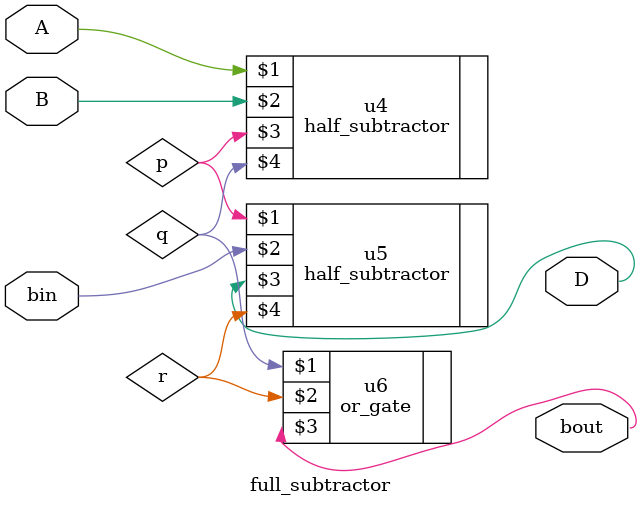
<source format=sv>
module full_subtractor(input logic A, B, bin, output logic D, bout); 
logic p, q, r; 

half_subtractor u4(A, B, p, q); 
half_subtractor u5(p, bin, D, r); 
or_gate u6(q, r, bout); 
endmodule

</source>
